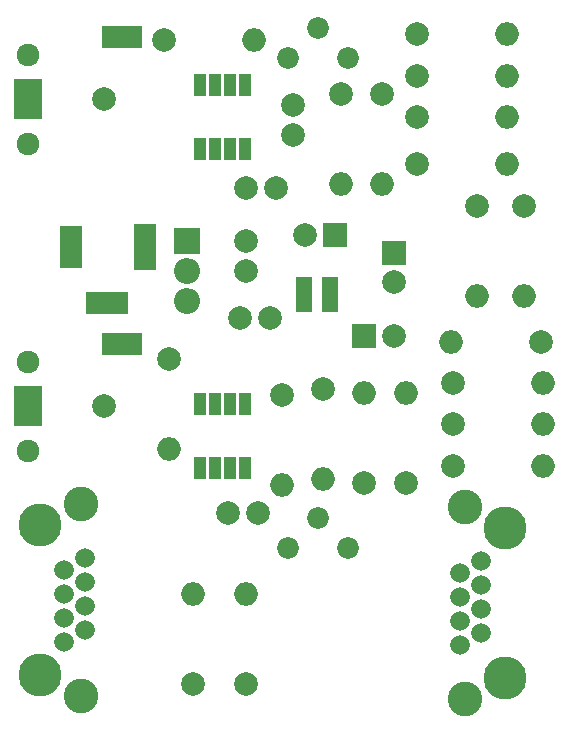
<source format=gts>
G04 #@! TF.FileFunction,Soldermask,Top*
%FSLAX46Y46*%
G04 Gerber Fmt 4.6, Leading zero omitted, Abs format (unit mm)*
G04 Created by KiCad (PCBNEW 4.0.6) date 03/19/18 00:54:58*
%MOMM*%
%LPD*%
G01*
G04 APERTURE LIST*
%ADD10C,0.100000*%
%ADD11C,3.651200*%
%ADD12C,2.940000*%
%ADD13C,1.670000*%
%ADD14C,2.000000*%
%ADD15R,2.000000X2.000000*%
%ADD16C,1.924000*%
%ADD17R,2.400000X3.400000*%
%ADD18R,3.400000X1.900000*%
%ADD19O,2.000000X2.000000*%
%ADD20C,1.840000*%
%ADD21R,2.200000X2.200000*%
%ADD22O,2.200000X2.200000*%
%ADD23R,1.460000X1.050000*%
%ADD24R,1.000000X1.950000*%
%ADD25R,3.600000X1.900000*%
%ADD26R,1.900000X3.600000*%
%ADD27R,1.900000X3.900000*%
G04 APERTURE END LIST*
D10*
D11*
X84080000Y-92500000D03*
D12*
X87509000Y-90722000D03*
X87509000Y-106978000D03*
D11*
X84080000Y-105200000D03*
D13*
X86112000Y-102406000D03*
X87890000Y-101390000D03*
X86112000Y-100374000D03*
X87890000Y-99358000D03*
X86112000Y-98342000D03*
X87890000Y-97326000D03*
X86112000Y-96310000D03*
X87890000Y-95294000D03*
D14*
X101500000Y-68500000D03*
X101500000Y-71000000D03*
D15*
X111500000Y-76500000D03*
D14*
X114000000Y-76500000D03*
X104000000Y-64000000D03*
X101500000Y-64000000D03*
D15*
X109000000Y-68000000D03*
D14*
X106500000Y-68000000D03*
X105500000Y-57000000D03*
X105500000Y-59500000D03*
X101000000Y-75000000D03*
X103500000Y-75000000D03*
X102500000Y-91500000D03*
X100000000Y-91500000D03*
D15*
X114000000Y-69500000D03*
D14*
X114000000Y-72000000D03*
D16*
X83000000Y-60250000D03*
X83000000Y-52750000D03*
D14*
X89500000Y-56500000D03*
D17*
X83000000Y-56500000D03*
D18*
X91000000Y-51200000D03*
D16*
X83000000Y-86250000D03*
X83000000Y-78750000D03*
D14*
X89500000Y-82500000D03*
D17*
X83000000Y-82500000D03*
D18*
X91000000Y-77200000D03*
D11*
X123420000Y-105500000D03*
D12*
X119991000Y-107278000D03*
X119991000Y-91022000D03*
D11*
X123420000Y-92800000D03*
D13*
X121388000Y-95594000D03*
X119610000Y-96610000D03*
X121388000Y-97626000D03*
X119610000Y-98642000D03*
X121388000Y-99658000D03*
X119610000Y-100674000D03*
X121388000Y-101690000D03*
X119610000Y-102706000D03*
D14*
X109500000Y-56000000D03*
D19*
X109500000Y-63620000D03*
D14*
X125000000Y-65500000D03*
D19*
X125000000Y-73120000D03*
D14*
X116000000Y-54500000D03*
D19*
X123620000Y-54500000D03*
D14*
X116000000Y-58000000D03*
D19*
X123620000Y-58000000D03*
D14*
X121000000Y-65500000D03*
D19*
X121000000Y-73120000D03*
D14*
X113000000Y-56000000D03*
D19*
X113000000Y-63620000D03*
D14*
X116000000Y-51000000D03*
D19*
X123620000Y-51000000D03*
D14*
X108000000Y-81000000D03*
D19*
X108000000Y-88620000D03*
D14*
X126500000Y-77000000D03*
D19*
X118880000Y-77000000D03*
D14*
X104500000Y-81500000D03*
D19*
X104500000Y-89120000D03*
D14*
X119000000Y-84000000D03*
D19*
X126620000Y-84000000D03*
D14*
X119000000Y-80500000D03*
D19*
X126620000Y-80500000D03*
D14*
X116000000Y-62000000D03*
D19*
X123620000Y-62000000D03*
D14*
X119000000Y-87500000D03*
D19*
X126620000Y-87500000D03*
D14*
X111500000Y-89000000D03*
D19*
X111500000Y-81380000D03*
D14*
X94500000Y-51500000D03*
D19*
X102120000Y-51500000D03*
D14*
X115000000Y-89000000D03*
D19*
X115000000Y-81380000D03*
D14*
X95000000Y-78500000D03*
D19*
X95000000Y-86120000D03*
D20*
X105000000Y-53000000D03*
X107540000Y-50460000D03*
X110080000Y-53000000D03*
X105000000Y-94500000D03*
X107540000Y-91960000D03*
X110080000Y-94500000D03*
D21*
X96500000Y-68500000D03*
D22*
X96500000Y-71040000D03*
X96500000Y-73580000D03*
D23*
X106400000Y-72050000D03*
X106400000Y-73000000D03*
X106400000Y-73950000D03*
X108600000Y-73950000D03*
X108600000Y-72050000D03*
X108600000Y-73000000D03*
D24*
X97595000Y-60700000D03*
X98865000Y-60700000D03*
X100135000Y-60700000D03*
X101405000Y-60700000D03*
X101405000Y-55300000D03*
X100135000Y-55300000D03*
X98865000Y-55300000D03*
X97595000Y-55300000D03*
X97595000Y-87700000D03*
X98865000Y-87700000D03*
X100135000Y-87700000D03*
X101405000Y-87700000D03*
X101405000Y-82300000D03*
X100135000Y-82300000D03*
X98865000Y-82300000D03*
X97595000Y-82300000D03*
D14*
X97000000Y-106000000D03*
D19*
X97000000Y-98380000D03*
D14*
X101500000Y-106000000D03*
D19*
X101500000Y-98380000D03*
D25*
X89700000Y-73700000D03*
D26*
X86700000Y-69000000D03*
D27*
X92900000Y-69000000D03*
M02*

</source>
